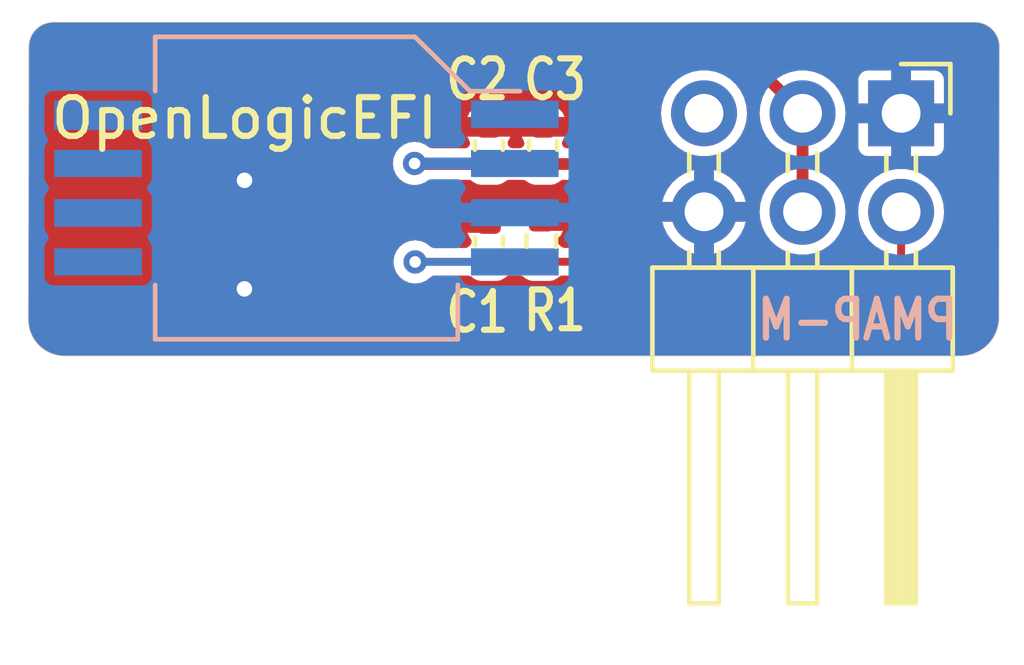
<source format=kicad_pcb>
(kicad_pcb (version 20221018) (generator pcbnew)
  (layers (0 "F.Cu" mixed "Front") (31 "B.Cu" mixed "Back") (34 "B.Paste" user) (35 "F.Paste" user) (36 "B.SilkS" user "B.Silkscreen") (37 "F.SilkS" user "F.Silkscreen") (38 "B.Mask" user) (39 "F.Mask" user) (44 "Edge.Cuts" user))
  (net 0 "")
  (net 1 "MapOut")
  (net 2 "GND")
  (net 9 "+5V")
  (footprint "Capacitor_SMD:C_0402_1005Metric" (layer "F.Cu") (at 149.897076 106.98 90)
    (fp_text reference "C1" (at -1.82 -0.297076 180) (layer "F.SilkS") (effects (font (size 1 0.8) (thickness 0.16))))
    (fp_text value "47pF")
    (fp_line (start -0.107836 -0.36) (end 0.107836 -0.36) (stroke (width 0.12)) (layer "F.SilkS"))
    (fp_line (start -0.107836 0.36) (end 0.107836 0.36) (stroke (width 0.12)) (layer "F.SilkS"))
    (pad "1" smd roundrect (at -0.48 0 90) (size 0.56 0.62) (layers "F.Cu" "F.Paste" "F.Mask") (net 1 "MapOut"))
    (pad "2" smd roundrect (at 0.48 0 90) (size 0.56 0.62) (layers "F.Cu" "F.Paste" "F.Mask") (net 2 "GND"))
  )
  (footprint "Connector_PinHeader_2.54mm:PinHeader_2x03_P2.54mm_Horizontal" (layer "F.Cu") (at 160.522076 103.6716 -90)
    (fp_text reference "J1" hide)
    (fp_text value "Conn_02x03_Odd_Even")
    (fp_line (start -1.27 -1.27) (end 0 -1.27) (stroke (width 0.12)) (layer "F.SilkS"))
    (fp_line (start -1.27 0) (end -1.27 -1.27) (stroke (width 0.12)) (layer "F.SilkS"))
    (fp_line (start 1.042929 2.16) (end 1.497071 2.16) (stroke (width 0.12)) (layer "F.SilkS"))
    (fp_line (start 1.042929 2.92) (end 1.497071 2.92) (stroke (width 0.12)) (layer "F.SilkS"))
    (fp_line (start 1.042929 4.7) (end 1.497071 4.7) (stroke (width 0.12)) (layer "F.SilkS"))
    (fp_line (start 1.042929 5.46) (end 1.497071 5.46) (stroke (width 0.12)) (layer "F.SilkS"))
    (fp_line (start 1.11 -0.38) (end 1.497071 -0.38) (stroke (width 0.12)) (layer "F.SilkS"))
    (fp_line (start 1.11 0.38) (end 1.497071 0.38) (stroke (width 0.12)) (layer "F.SilkS"))
    (fp_line (start 3.582929 -0.38) (end 3.98 -0.38) (stroke (width 0.12)) (layer "F.SilkS"))
    (fp_line (start 3.582929 0.38) (end 3.98 0.38) (stroke (width 0.12)) (layer "F.SilkS"))
    (fp_line (start 3.582929 2.16) (end 3.98 2.16) (stroke (width 0.12)) (layer "F.SilkS"))
    (fp_line (start 3.582929 2.92) (end 3.98 2.92) (stroke (width 0.12)) (layer "F.SilkS"))
    (fp_line (start 3.582929 4.7) (end 3.98 4.7) (stroke (width 0.12)) (layer "F.SilkS"))
    (fp_line (start 3.582929 5.46) (end 3.98 5.46) (stroke (width 0.12)) (layer "F.SilkS"))
    (fp_line (start 3.98 -1.33) (end 3.98 6.41) (stroke (width 0.12)) (layer "F.SilkS"))
    (fp_line (start 3.98 1.27) (end 6.64 1.27) (stroke (width 0.12)) (layer "F.SilkS"))
    (fp_line (start 3.98 3.81) (end 6.64 3.81) (stroke (width 0.12)) (layer "F.SilkS"))
    (fp_line (start 3.98 6.41) (end 6.64 6.41) (stroke (width 0.12)) (layer "F.SilkS"))
    (fp_line (start 6.64 -1.33) (end 3.98 -1.33) (stroke (width 0.12)) (layer "F.SilkS"))
    (fp_line (start 6.64 -0.38) (end 12.64 -0.38) (stroke (width 0.12)) (layer "F.SilkS"))
    (fp_line (start 6.64 -0.32) (end 12.64 -0.32) (stroke (width 0.12)) (layer "F.SilkS"))
    (fp_line (start 6.64 -0.2) (end 12.64 -0.2) (stroke (width 0.12)) (layer "F.SilkS"))
    (fp_line (start 6.64 -0.08) (end 12.64 -0.08) (stroke (width 0.12)) (layer "F.SilkS"))
    (fp_line (start 6.64 0.04) (end 12.64 0.04) (stroke (width 0.12)) (layer "F.SilkS"))
    (fp_line (start 6.64 0.16) (end 12.64 0.16) (stroke (width 0.12)) (layer "F.SilkS"))
    (fp_line (start 6.64 0.28) (end 12.64 0.28) (stroke (width 0.12)) (layer "F.SilkS"))
    (fp_line (start 6.64 2.16) (end 12.64 2.16) (stroke (width 0.12)) (layer "F.SilkS"))
    (fp_line (start 6.64 4.7) (end 12.64 4.7) (stroke (width 0.12)) (layer "F.SilkS"))
    (fp_line (start 6.64 6.41) (end 6.64 -1.33) (stroke (width 0.12)) (layer "F.SilkS"))
    (fp_line (start 12.64 -0.38) (end 12.64 0.38) (stroke (width 0.12)) (layer "F.SilkS"))
    (fp_line (start 12.64 0.38) (end 6.64 0.38) (stroke (width 0.12)) (layer "F.SilkS"))
    (fp_line (start 12.64 2.16) (end 12.64 2.92) (stroke (width 0.12)) (layer "F.SilkS"))
    (fp_line (start 12.64 2.92) (end 6.64 2.92) (stroke (width 0.12)) (layer "F.SilkS"))
    (fp_line (start 12.64 4.7) (end 12.64 5.46) (stroke (width 0.12)) (layer "F.SilkS"))
    (fp_line (start 12.64 5.46) (end 6.64 5.46) (stroke (width 0.12)) (layer "F.SilkS"))
    (pad "1" thru_hole rect (at 0 0 270) (size 1.7 1.7) (drill 1) (layers "*.Cu" "*.Mask") (net 2 "GND"))
    (pad "2" thru_hole oval (at 2.54 0 270) (size 1.7 1.7) (drill 1) (layers "*.Cu" "*.Mask") (net 1 "MapOut"))
    (pad "3" thru_hole oval (at 0 2.54 270) (size 1.7 1.7) (drill 1) (layers "*.Cu" "*.Mask") (net 9 "+5V"))
    (pad "4" thru_hole oval (at 2.54 2.54 270) (size 1.7 1.7) (drill 1) (layers "*.Cu" "*.Mask") (net 9 "+5V"))
    (pad "5" thru_hole oval (at 0 5.08 270) (size 1.7 1.7) (drill 1) (layers "*.Cu" "*.Mask"))
    (pad "6" thru_hole oval (at 2.54 5.08 270) (size 1.7 1.7) (drill 1) (layers "*.Cu" "*.Mask") (net 2 "GND"))
  )
  (footprint "Capacitor_SMD:C_0402_1005Metric" (layer "F.Cu") (at 149.897076 104.5 90)
    (fp_text reference "C2" (at 1.7 -0.297076 180) (layer "F.SilkS") (effects (font (size 1 0.8) (thickness 0.16))))
    (fp_text value "100nF")
    (fp_line (start -0.107836 -0.36) (end 0.107836 -0.36) (stroke (width 0.12)) (layer "F.SilkS"))
    (fp_line (start -0.107836 0.36) (end 0.107836 0.36) (stroke (width 0.12)) (layer "F.SilkS"))
    (pad "1" smd roundrect (at -0.48 0 90) (size 0.56 0.62) (layers "F.Cu" "F.Paste" "F.Mask") (net 9 "+5V"))
    (pad "2" smd roundrect (at 0.48 0 90) (size 0.56 0.62) (layers "F.Cu" "F.Paste" "F.Mask") (net 2 "GND"))
  )
  (footprint "Capacitor_SMD:C_0402_1005Metric" (layer "F.Cu") (at 151.297076 104.5 90)
    (fp_text reference "C3" (at 1.7 0.302924 180) (layer "F.SilkS") (effects (font (size 1 0.8) (thickness 0.16))))
    (fp_text value "1u")
    (fp_line (start -0.107836 -0.36) (end 0.107836 -0.36) (stroke (width 0.12)) (layer "F.SilkS"))
    (fp_line (start -0.107836 0.36) (end 0.107836 0.36) (stroke (width 0.12)) (layer "F.SilkS"))
    (pad "1" smd roundrect (at -0.48 0 90) (size 0.56 0.62) (layers "F.Cu" "F.Paste" "F.Mask") (net 9 "+5V"))
    (pad "2" smd roundrect (at 0.48 0 90) (size 0.56 0.62) (layers "F.Cu" "F.Paste" "F.Mask") (net 2 "GND"))
  )
  (footprint "Resistor_SMD:R_0402_1005Metric" (layer "F.Cu") (at 151.247076 106.96 -90)
    (fp_text reference "R1" (at 1.8 -0.352924 -180) (layer "F.SilkS") (effects (font (size 1 0.8) (thickness 0.16))))
    (fp_text value "51k")
    (fp_line (start -0.153641 -0.38) (end 0.153641 -0.38) (stroke (width 0.12)) (layer "F.SilkS"))
    (fp_line (start -0.153641 0.38) (end 0.153641 0.38) (stroke (width 0.12)) (layer "F.SilkS"))
    (pad "1" smd roundrect (at -0.51 0 270) (size 0.54 0.64) (layers "F.Cu" "F.Paste" "F.Mask") (net 2 "GND"))
    (pad "2" smd roundrect (at 0.51 0 270) (size 0.54 0.64) (layers "F.Cu" "F.Paste" "F.Mask") (net 1 "MapOut"))
  )
  (footprint "Detonation:MPXHxxx_Handsoldering" (layer "B.Cu") (at 145.197076 105.6 180)
    (fp_text reference "IC1" hide)
    (fp_text value "Map" hide)
    (fp_line (start -5.5 2.5) (end -5.5 2.5) (stroke (width 0.12)) (layer "B.SilkS"))
    (fp_line (start -4.2164 2.5) (end -5.5 2.5) (stroke (width 0.12)) (layer "B.SilkS"))
    (fp_line (start -3.9 -3.9) (end -3.9 -2.5) (stroke (width 0.12)) (layer "B.SilkS"))
    (fp_line (start -3.9 -2.5) (end -3.9 -2.5) (stroke (width 0.12)) (layer "B.SilkS"))
    (fp_line (start -2.794 3.9) (end -4.2164 2.5) (stroke (width 0.12)) (layer "B.SilkS"))
    (fp_line (start 3.9 -3.9) (end -3.9 -3.9) (stroke (width 0.12)) (layer "B.SilkS"))
    (fp_line (start 3.9 -2.5) (end 3.9 -3.9) (stroke (width 0.12)) (layer "B.SilkS"))
    (fp_line (start 3.9 2.5) (end 3.9 3.9) (stroke (width 0.12)) (layer "B.SilkS"))
    (fp_line (start 3.9 3.9) (end -2.794 3.9) (stroke (width 0.12)) (layer "B.SilkS"))
    (pad "1" smd rect (at -5.36995 1.905 180) (size 2.2601 0.7) (layers "B.Cu" "B.Paste" "B.Mask"))
    (pad "2" smd rect (at -5.36995 0.635 180) (size 2.2601 0.7) (layers "B.Cu" "B.Paste" "B.Mask") (net 9 "+5V"))
    (pad "3" smd rect (at -5.36995 -0.635 180) (size 2.2601 0.7) (layers "B.Cu" "B.Paste" "B.Mask") (net 2 "GND"))
    (pad "4" smd rect (at -5.36995 -1.905 180) (size 2.2601 0.7) (layers "B.Cu" "B.Paste" "B.Mask") (net 1 "MapOut"))
    (pad "5" smd rect (at 5.36995 -1.905 180) (size 2.2601 0.7) (layers "B.Cu" "B.Paste" "B.Mask"))
    (pad "6" smd rect (at 5.36995 -0.6425 180) (size 2.2601 0.715) (layers "B.Cu" "B.Paste" "B.Mask"))
    (pad "7" smd rect (at 5.36995 0.635 180) (size 2.2601 0.7) (layers "B.Cu" "B.Paste" "B.Mask"))
    (pad "8" smd rect (at 5.36995 1.8775 180) (size 2.2601 0.755) (layers "B.Cu" "B.Paste" "B.Mask"))
  )
  (gr_arc (start 138.039026 101.9556) (mid 138.231783 101.499812) (end 138.693076 101.3206) (stroke (width 0.02)) (layer "Edge.Cuts"))
  (gr_arc (start 138.940726 109.9312) (mid 138.283594 109.637995) (end 138.026326 108.966) (stroke (width 0.02)) (layer "Edge.Cuts"))
  (gr_line (start 162.029326 109.9312) (end 138.947076 109.9312) (stroke (width 0.02)) (layer "Edge.Cuts"))
  (gr_line (start 138.026326 108.966) (end 138.039026 101.9556) (stroke (width 0.02)) (layer "Edge.Cuts"))
  (gr_line (start 138.693076 101.3206) (end 162.423026 101.3206) (stroke (width 0.02)) (layer "Edge.Cuts"))
  (gr_line (start 163.045326 108.966) (end 163.058026 101.9556) (stroke (width 0.02)) (layer "Edge.Cuts"))
  (gr_arc (start 162.423026 101.3206) (mid 162.872071 101.50657) (end 163.058026 101.9556) (stroke (width 0.02)) (layer "Edge.Cuts"))
  (gr_arc (start 163.045326 108.966) (mid 162.737228 109.659039) (end 162.029326 109.9312) (stroke (width 0.02)) (layer "Edge.Cuts"))
  (gr_text "PMAP-M" (at 159.4 109) (layer "B.SilkS") (effects (font (size 1 0.8) (thickness 0.16)) (justify mirror)))
  (gr_text "OpenLogicEFI" (at 143.6 103.8) (layer "F.SilkS") (effects (font (size 1 1) (thickness 0.16))))
  (segment (start 160.522076 107.775) (end 160.522076 106.2116) (width 0.2032) (layer "F.Cu") (net 1))
  (segment (start 160.187076 108.11) (end 160.522076 107.775) (width 0.2032) (layer "F.Cu") (net 1))
  (segment (start 148.002076 107.5) (end 152.967076 107.5) (width 0.2032) (layer "F.Cu") (net 1))
  (segment (start 152.967076 107.5) (end 153.577076 108.11) (width 0.2032) (layer "F.Cu") (net 1))
  (segment (start 153.577076 108.11) (end 160.187076 108.11) (width 0.2032) (layer "F.Cu") (net 1))
  (segment (start 147.997076 107.505) (end 148.002076 107.5) (width 0.2032) (layer "F.Cu") (net 1))
  (via (at 147.997076 107.505) (size 0.6) (drill 0.3) (layers "F.Cu" "B.Cu") (net 1))
  (segment (start 147.997076 107.505) (end 150.567026 107.505) (width 0.2032) (layer "B.Cu") (net 1))
  (via (at 143.597076 108.2) (size 0.7) (drill 0.4) (layers "F.Cu" "B.Cu") (net 2))
  (via (at 143.6 105.4) (size 0.7) (drill 0.4) (layers "F.Cu" "B.Cu") (net 2))
  (segment (start 157.982076 103.6716) (end 156.560476 102.25) (width 0.3048) (layer "F.Cu") (net 9))
  (segment (start 156.560476 102.25) (end 152.897076 102.25) (width 0.3048) (layer "F.Cu") (net 9))
  (segment (start 147.982076 104.965) (end 147.997076 104.95) (width 0.3048) (layer "F.Cu") (net 9))
  (segment (start 152.317076 104.98) (end 151.297076 104.98) (width 0.3048) (layer "F.Cu") (net 9))
  (segment (start 152.897076 102.25) (end 152.547076 102.6) (width 0.3048) (layer "F.Cu") (net 9))
  (segment (start 152.547076 102.6) (end 152.547076 104.75) (width 0.3048) (layer "F.Cu") (net 9))
  (segment (start 157.982076 103.6716) (end 157.982076 106.2116) (width 0.3048) (layer "F.Cu") (net 9))
  (segment (start 152.547076 104.75) (end 152.317076 104.98) (width 0.3048) (layer "F.Cu") (net 9))
  (segment (start 147.997076 104.98) (end 147.982076 104.965) (width 0.3048) (layer "F.Cu") (net 9))
  (segment (start 151.297076 104.98) (end 147.997076 104.98) (width 0.3048) (layer "F.Cu") (net 9))
  (via (at 147.982076 104.965) (size 0.6) (drill 0.3) (layers "F.Cu" "B.Cu") (net 9))
  (segment (start 150.567026 104.965) (end 147.982076 104.965) (width 0.3048) (layer "B.Cu") (net 9))
  (zone (net 2) (net_name "GND") (layer "F.Cu") (connect_pads (clearance 0.254)) (min_thickness 0.254) (fill yes (thermal_gap 0.254) (thermal_bridge_width 0.508))
    (polygon (pts (xy 137.298476 100.838) (xy 137.298476 110.49) (xy 163.712076 110.49) (xy 163.712076 100.838)))
  )
  (zone (net 2) (net_name "GND") (layer "B.Cu") (connect_pads (clearance 0.254)) (min_thickness 0.254) (fill yes (thermal_gap 0.254) (thermal_bridge_width 0.508))
    (polygon (pts (xy 137.448476 100.838) (xy 137.448476 110.49) (xy 163.712076 110.49) (xy 163.712076 100.838)))
  )
)
</source>
